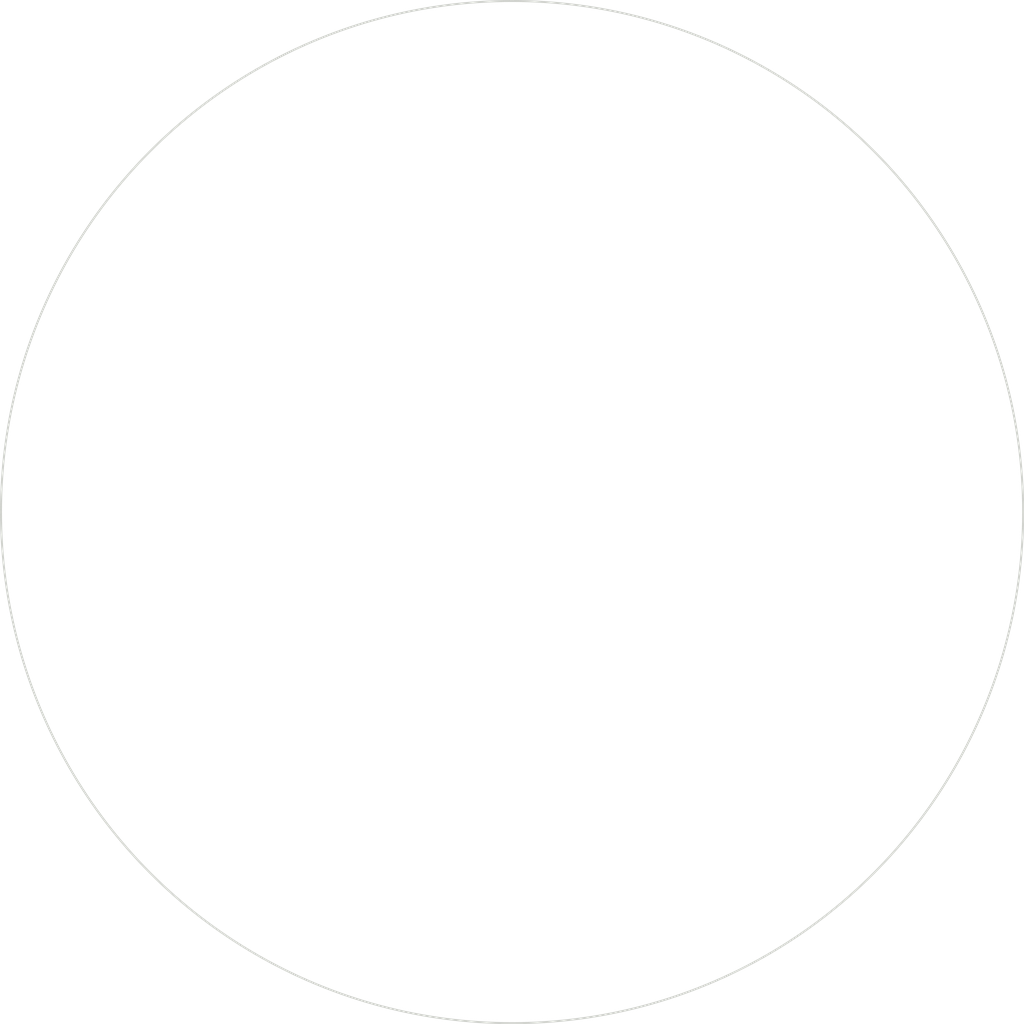
<source format=kicad_pcb>
(kicad_pcb (version 3) (host pcbnew "(2013-08-24 BZR 4298)-stable")

  (general
    (links 0)
    (no_connects 0)
    (area 75.908368 75.908368 124.091632 124.091632)
    (thickness 1.6)
    (drawings 1)
    (tracks 0)
    (zones 0)
    (modules 0)
    (nets 1)
  )

  (page USLetter)
  (layers
    (15 F.Cu signal)
    (0 B.Cu signal)
    (16 B.Adhes user)
    (17 F.Adhes user)
    (18 B.Paste user)
    (19 F.Paste user)
    (20 B.SilkS user)
    (21 F.SilkS user)
    (22 B.Mask user)
    (23 F.Mask user)
    (24 Dwgs.User user)
    (25 Cmts.User user)
    (26 Eco1.User user)
    (27 Eco2.User user)
    (28 Edge.Cuts user)
  )

  (setup
    (last_trace_width 0.254)
    (trace_clearance 0.254)
    (zone_clearance 0.508)
    (zone_45_only no)
    (trace_min 0.254)
    (segment_width 0.2)
    (edge_width 0.1)
    (via_size 0.889)
    (via_drill 0.635)
    (via_min_size 0.889)
    (via_min_drill 0.508)
    (uvia_size 0.508)
    (uvia_drill 0.127)
    (uvias_allowed no)
    (uvia_min_size 0.508)
    (uvia_min_drill 0.127)
    (pcb_text_width 0.3)
    (pcb_text_size 1.5 1.5)
    (mod_edge_width 0.15)
    (mod_text_size 1 1)
    (mod_text_width 0.15)
    (pad_size 1.5 1.5)
    (pad_drill 0.6)
    (pad_to_mask_clearance 0)
    (aux_axis_origin 0 0)
    (visible_elements 7FFFFFFF)
    (pcbplotparams
      (layerselection 268435456)
      (usegerberextensions true)
      (excludeedgelayer true)
      (linewidth 0.150000)
      (plotframeref false)
      (viasonmask false)
      (mode 1)
      (useauxorigin false)
      (hpglpennumber 1)
      (hpglpenspeed 20)
      (hpglpendiameter 15)
      (hpglpenoverlay 2)
      (psnegative false)
      (psa4output false)
      (plotreference true)
      (plotvalue true)
      (plotothertext true)
      (plotinvisibletext false)
      (padsonsilk false)
      (subtractmaskfromsilk false)
      (outputformat 1)
      (mirror false)
      (drillshape 0)
      (scaleselection 1)
      (outputdirectory ""))
  )

  (net 0 "")

  (net_class Default "This is the default net class."
    (clearance 0.254)
    (trace_width 0.254)
    (via_dia 0.889)
    (via_drill 0.635)
    (uvia_dia 0.508)
    (uvia_drill 0.127)
    (add_net "")
  )

  (gr_circle (center 100 100) (end 118.17 118.17) (layer Edge.Cuts) (width 0.1))

)

</source>
